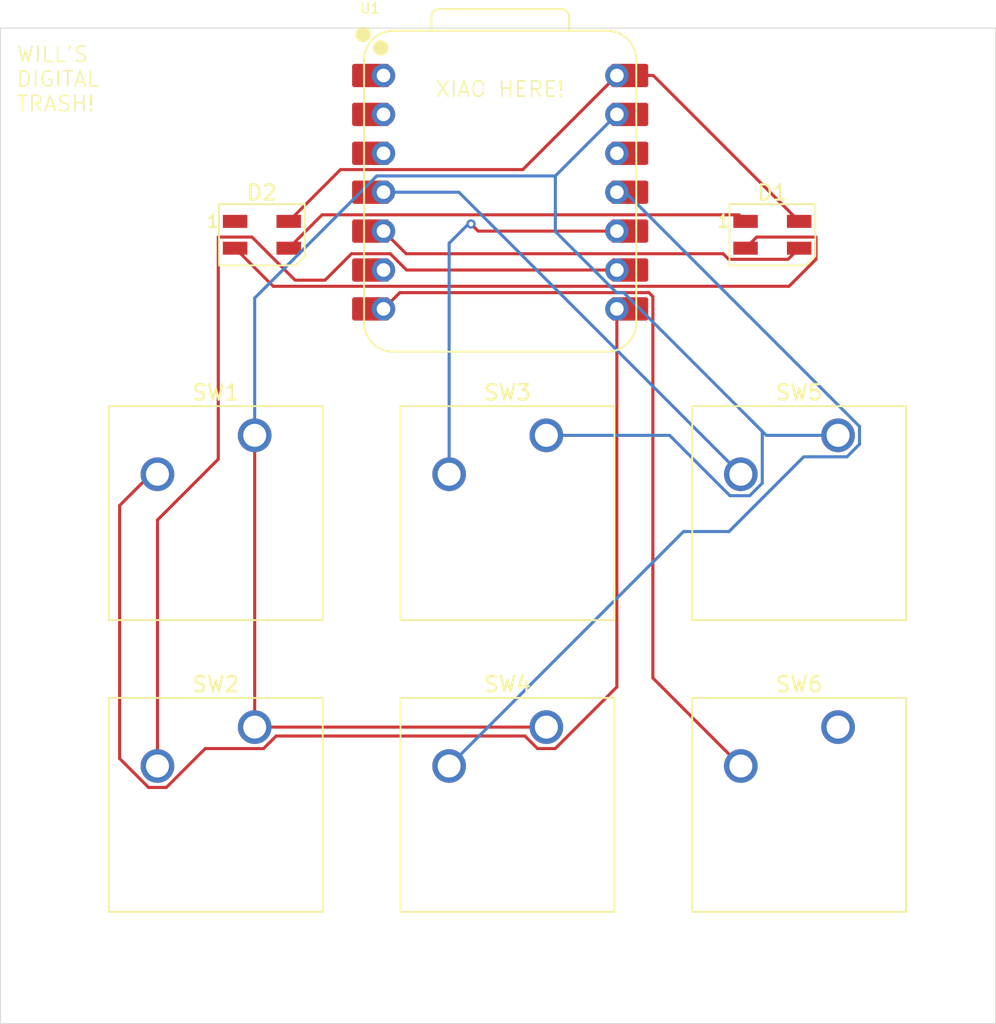
<source format=kicad_pcb>
(kicad_pcb (version 20241229) (generator "pcbnew") (generator_version "9.0")
  (layers (0 "F.Cu" signal) (2 "B.Cu" signal) (13 "F.Paste" user) (15 "B.Paste" user) (5 "F.SilkS" user "F.Silkscreen") (7 "B.SilkS" user "B.Silkscreen") (1 "F.Mask" user) (3 "B.Mask" user) (25 "Edge.Cuts" user))
  (net 0 "")
  (net 1 "Net-(D1-DIN)")
  (net 2 "+5V")
  (net 3 "Net-(D1-DOUT)")
  (net 4 "Net-(D1-VSS)")
  (net 6 "Net-(U1-GPIO1{slash}RX)")
  (net 7 "GND")
  (net 8 "Net-(U1-GPIO2{slash}SCK)")
  (net 9 "Net-(U1-GPIO4{slash}MISO)")
  (net 10 "Net-(U1-GPIO3{slash}MOSI)")
  (net 13 "Net-(U1-GPIO29{slash}ADC3{slash}A3)")
  (net 18 "Net-(U1-GPIO0{slash}TX)")
  (footprint "LED_SMD:LED_SK6812MINI_PLCC4_3.5x3.5mm_P1.75mm" (layer "F.Cu") (at 172.08125 48.5)
    (property "Reference" "D2" (at 0 -2.75 0) (layer "F.SilkS"))
    (property "Value" "SK6812MINI")
    (fp_line (start -2.8 -2) (end -2.8 2) (stroke (width 0.12)) (layer "F.SilkS"))
    (fp_line (start -2.8 -2) (end 2.8 -2) (stroke (width 0.12)) (layer "F.SilkS"))
    (fp_line (start -2.8 2) (end 2.2 2) (stroke (width 0.12)) (layer "F.SilkS"))
    (fp_line (start 2.8 1.4) (end 2.2 2) (stroke (width 0.12)) (layer "F.SilkS"))
    (fp_line (start 2.8 1.4) (end 2.8 -2) (stroke (width 0.12)) (layer "F.SilkS"))
    (fp_text user "1" (at -3.2 -0.875 0) (layer "F.SilkS") (effects (font (size 0.8 0.8))))
    (pad "1" smd rect (at -1.75 -0.875) (size 1.6 0.85) (layers "F.Cu" "F.Mask" "F.Paste"))
    (pad "2" smd rect (at -1.75 0.875) (size 1.6 0.85) (layers "F.Cu" "F.Mask" "F.Paste") (net 4 "Net-(D1-VSS)"))
    (pad "3" smd rect (at 1.75 0.875) (size 1.6 0.85) (layers "F.Cu" "F.Mask" "F.Paste") (net 3 "Net-(D1-DOUT)"))
    (pad "4" smd rect (at 1.75 -0.875) (size 1.6 0.85) (layers "F.Cu" "F.Mask" "F.Paste") (net 2 "+5V"))
  )
  (footprint "Button_Switch_Keyboard:SW_Cherry_MX_1.00u_PCB" (layer "F.Cu") (at 171.60875 61.595)
    (property "Reference" "SW1" (at -2.54 -2.794 0) (layer "F.SilkS"))
    (property "Value" "SW_Push")
    (fp_line (start -9.525 -1.905) (end 4.445 -1.905) (stroke (width 0.12)) (layer "F.SilkS"))
    (fp_line (start -9.525 12.065) (end -9.525 -1.905) (stroke (width 0.12)) (layer "F.SilkS"))
    (fp_line (start 4.445 -1.905) (end 4.445 12.065) (stroke (width 0.12)) (layer "F.SilkS"))
    (fp_line (start 4.445 12.065) (end -9.525 12.065) (stroke (width 0.12)) (layer "F.SilkS"))
    (pad "" np_thru_hole circle (at -7.62 5.08) (size 1.7 1.7) (drill 1.7) (layers "*.Cu" "*.Mask"))
    (pad "" np_thru_hole circle (at -2.54 5.08) (size 4 4) (drill 4) (layers "*.Cu" "*.Mask"))
    (pad "" np_thru_hole circle (at 2.54 5.08) (size 1.7 1.7) (drill 1.7) (layers "*.Cu" "*.Mask"))
    (pad "1" thru_hole circle (at 0 0) (size 2.2 2.2) (drill 1.5) (layers "*.Cu" "*.Mask") (net 7 "GND"))
    (pad "2" thru_hole circle (at -6.35 2.54) (size 2.2 2.2) (drill 1.5) (layers "*.Cu" "*.Mask") (net 6 "Net-(U1-GPIO1{slash}RX)"))
  )
  (footprint "Button_Switch_Keyboard:SW_Cherry_MX_1.00u_PCB" (layer "F.Cu") (at 209.70875 80.645)
    (property "Reference" "SW6" (at -2.54 -2.794 0) (layer "F.SilkS"))
    (property "Value" "SW_Push")
    (fp_line (start -9.525 -1.905) (end 4.445 -1.905) (stroke (width 0.12)) (layer "F.SilkS"))
    (fp_line (start -9.525 12.065) (end -9.525 -1.905) (stroke (width 0.12)) (layer "F.SilkS"))
    (fp_line (start 4.445 -1.905) (end 4.445 12.065) (stroke (width 0.12)) (layer "F.SilkS"))
    (fp_line (start 4.445 12.065) (end -9.525 12.065) (stroke (width 0.12)) (layer "F.SilkS"))
    (pad "" np_thru_hole circle (at -7.62 5.08) (size 1.7 1.7) (drill 1.7) (layers "*.Cu" "*.Mask"))
    (pad "" np_thru_hole circle (at -2.54 5.08) (size 4 4) (drill 4) (layers "*.Cu" "*.Mask"))
    (pad "" np_thru_hole circle (at 2.54 5.08) (size 1.7 1.7) (drill 1.7) (layers "*.Cu" "*.Mask"))
    (pad "1" thru_hole circle (at 0 0) (size 2.2 2.2) (drill 1.5) (layers "*.Cu" "*.Mask"))
    (pad "2" thru_hole circle (at -6.35 2.54) (size 2.2 2.2) (drill 1.5) (layers "*.Cu" "*.Mask") (net 18 "Net-(U1-GPIO0{slash}TX)"))
  )
  (footprint "first time:XIAO-RP2040-DIP" (layer "F.Cu") (at 187.6425 45.72)
    (property "Reference" "U1" (at -8.5 -12 0) (layer "F.SilkS") (effects (font (size 0.635 0.635) (thickness 0.1016))))
    (property "Value" "XIAO-RP2040-DIP")
    (fp_line (start -8.89 8.509) (end -8.89 -8.636) (stroke (width 0.127)) (layer "F.SilkS"))
    (fp_line (start -6.985 10.414) (end 6.985 10.414) (stroke (width 0.127)) (layer "F.SilkS"))
    (fp_line (start -4.495 -10.541) (end -4.491272 -11.451272) (stroke (width 0.127)) (layer "F.SilkS"))
    (fp_line (start -3.991272 -11.951) (end 4.004 -11.951) (stroke (width 0.127)) (layer "F.SilkS"))
    (fp_line (start 4.504 -11.451) (end 4.504 -10.541) (stroke (width 0.127)) (layer "F.SilkS"))
    (fp_line (start 6.985 -10.541) (end -6.985 -10.541) (stroke (width 0.1)) (layer "F.SilkS"))
    (fp_line (start 6.985 -10.541) (end -6.985 -10.541) (stroke (width 0.127)) (layer "F.SilkS"))
    (fp_line (start 8.89 8.509) (end 8.89 -8.636) (stroke (width 0.127)) (layer "F.SilkS"))
    (fp_arc (start -8.89 -8.636) (mid -8.332038 -9.983038) (end -6.985 -10.541) (stroke (width 0.127)) (layer "F.SilkS"))
    (fp_arc (start -6.985 10.414) (mid -8.332038 9.856038) (end -8.89 8.509) (stroke (width 0.127)) (layer "F.SilkS"))
    (fp_arc (start -4.491272 -11.451272) (mid -4.344728 -11.80464) (end -3.991272 -11.951) (stroke (width 0.127)) (layer "F.SilkS"))
    (fp_arc (start 4.004 -11.951) (mid 4.357553 -11.804553) (end 4.504 -11.451) (stroke (width 0.127)) (layer "F.SilkS"))
    (fp_arc (start 6.985 -10.541) (mid 8.332038 -9.983038) (end 8.89 -8.636) (stroke (width 0.127)) (layer "F.SilkS"))
    (fp_arc (start 8.89 8.509) (mid 8.332038 9.856038) (end 6.985 10.414) (stroke (width 0.127)) (layer "F.SilkS"))
    (fp_circle (center -8.95 -10.3) (end -8.95 -10.554) (stroke (width 0.5)) (fill yes) (layer "F.SilkS"))
    (fp_circle (center -7.807 -9.42) (end -7.807 -9.674) (stroke (width 0.5)) (fill yes) (layer "F.SilkS"))
    (pad "1" smd roundrect (at -8.455 -7.62 180) (size 2.432 1.524) (layers "F.Cu" "F.Mask") (roundrect_rratio 0.1))
    (pad "1" thru_hole circle (at -7.62 -7.62 180) (size 1.524 1.524) (drill 0.889) (layers "*.Cu" "*.Mask"))
    (pad "2" smd roundrect (at -8.455 -5.08 180) (size 2.432 1.524) (layers "F.Cu" "F.Mask") (roundrect_rratio 0.1))
    (pad "2" thru_hole circle (at -7.62 -5.08 180) (size 1.524 1.524) (drill 0.889) (layers "*.Cu" "*.Mask"))
    (pad "3" smd roundrect (at -8.455 -2.54 180) (size 2.432 1.524) (layers "F.Cu" "F.Mask") (roundrect_rratio 0.1))
    (pad "3" thru_hole circle (at -7.62 -2.54 180) (size 1.524 1.524) (drill 0.889) (layers "*.Cu" "*.Mask"))
    (pad "4" smd roundrect (at -8.455 0 180) (size 2.432 1.524) (layers "F.Cu" "F.Mask") (roundrect_rratio 0.1) (net 13 "Net-(U1-GPIO29{slash}ADC3{slash}A3)"))
    (pad "4" thru_hole circle (at -7.62 0 180) (size 1.524 1.524) (drill 0.889) (layers "*.Cu" "*.Mask") (net 13 "Net-(U1-GPIO29{slash}ADC3{slash}A3)"))
    (pad "5" smd roundrect (at -8.455 2.54 180) (size 2.432 1.524) (layers "F.Cu" "F.Mask") (roundrect_rratio 0.1) (net 1 "Net-(D1-DIN)"))
    (pad "5" thru_hole circle (at -7.62 2.54 180) (size 1.524 1.524) (drill 0.889) (layers "*.Cu" "*.Mask") (net 1 "Net-(D1-DIN)"))
    (pad "6" smd roundrect (at -8.455 5.08 180) (size 2.432 1.524) (layers "F.Cu" "F.Mask") (roundrect_rratio 0.1))
    (pad "6" thru_hole circle (at -7.62 5.08 180) (size 1.524 1.524) (drill 0.889) (layers "*.Cu" "*.Mask"))
    (pad "7" smd roundrect (at -8.455 7.62 180) (size 2.432 1.524) (layers "F.Cu" "F.Mask") (roundrect_rratio 0.1) (net 18 "Net-(U1-GPIO0{slash}TX)"))
    (pad "7" thru_hole circle (at -7.62 7.62 180) (size 1.524 1.524) (drill 0.889) (layers "*.Cu" "*.Mask") (net 18 "Net-(U1-GPIO0{slash}TX)"))
    (pad "8" thru_hole circle (at 7.62 7.62) (size 1.524 1.524) (drill 0.889) (layers "*.Cu" "*.Mask") (net 6 "Net-(U1-GPIO1{slash}RX)"))
    (pad "8" smd roundrect (at 8.455 7.62) (size 2.432 1.524) (layers "F.Cu" "F.Mask") (roundrect_rratio 0.1) (net 6 "Net-(U1-GPIO1{slash}RX)"))
    (pad "9" thru_hole circle (at 7.62 5.08) (size 1.524 1.524) (drill 0.889) (layers "*.Cu" "*.Mask") (net 8 "Net-(U1-GPIO2{slash}SCK)"))
    (pad "9" smd roundrect (at 8.455 5.08) (size 2.432 1.524) (layers "F.Cu" "F.Mask") (roundrect_rratio 0.1) (net 8 "Net-(U1-GPIO2{slash}SCK)"))
    (pad "10" thru_hole circle (at 7.62 2.54) (size 1.524 1.524) (drill 0.889) (layers "*.Cu" "*.Mask") (net 9 "Net-(U1-GPIO4{slash}MISO)"))
    (pad "10" smd roundrect (at 8.455 2.54) (size 2.432 1.524) (layers "F.Cu" "F.Mask") (roundrect_rratio 0.1) (net 9 "Net-(U1-GPIO4{slash}MISO)"))
    (pad "11" thru_hole circle (at 7.62 0) (size 1.524 1.524) (drill 0.889) (layers "*.Cu" "*.Mask") (net 10 "Net-(U1-GPIO3{slash}MOSI)"))
    (pad "11" smd roundrect (at 8.455 0) (size 2.432 1.524) (layers "F.Cu" "F.Mask") (roundrect_rratio 0.1) (net 10 "Net-(U1-GPIO3{slash}MOSI)"))
    (pad "12" thru_hole circle (at 7.62 -2.54) (size 1.524 1.524) (drill 0.889) (layers "*.Cu" "*.Mask"))
    (pad "12" smd roundrect (at 8.455 -2.54) (size 2.432 1.524) (layers "F.Cu" "F.Mask") (roundrect_rratio 0.1))
    (pad "13" thru_hole circle (at 7.62 -5.08) (size 1.524 1.524) (drill 0.889) (layers "*.Cu" "*.Mask") (net 7 "GND"))
    (pad "13" smd roundrect (at 8.455 -5.08) (size 2.432 1.524) (layers "F.Cu" "F.Mask") (roundrect_rratio 0.1) (net 7 "GND"))
    (pad "14" thru_hole circle (at 7.62 -7.62) (size 1.524 1.524) (drill 0.889) (layers "*.Cu" "*.Mask") (net 2 "+5V"))
    (pad "14" smd roundrect (at 8.455 -7.62) (size 2.432 1.524) (layers "F.Cu" "F.Mask") (roundrect_rratio 0.1) (net 2 "+5V"))
  )
  (footprint "Button_Switch_Keyboard:SW_Cherry_MX_1.00u_PCB" (layer "F.Cu") (at 190.65875 80.645)
    (property "Reference" "SW4" (at -2.54 -2.794 0) (layer "F.SilkS"))
    (property "Value" "SW_Push")
    (fp_line (start -9.525 -1.905) (end 4.445 -1.905) (stroke (width 0.12)) (layer "F.SilkS"))
    (fp_line (start -9.525 12.065) (end -9.525 -1.905) (stroke (width 0.12)) (layer "F.SilkS"))
    (fp_line (start 4.445 -1.905) (end 4.445 12.065) (stroke (width 0.12)) (layer "F.SilkS"))
    (fp_line (start 4.445 12.065) (end -9.525 12.065) (stroke (width 0.12)) (layer "F.SilkS"))
    (pad "" np_thru_hole circle (at -7.62 5.08) (size 1.7 1.7) (drill 1.7) (layers "*.Cu" "*.Mask"))
    (pad "" np_thru_hole circle (at -2.54 5.08) (size 4 4) (drill 4) (layers "*.Cu" "*.Mask"))
    (pad "" np_thru_hole circle (at 2.54 5.08) (size 1.7 1.7) (drill 1.7) (layers "*.Cu" "*.Mask"))
    (pad "1" thru_hole circle (at 0 0) (size 2.2 2.2) (drill 1.5) (layers "*.Cu" "*.Mask") (net 7 "GND"))
    (pad "2" thru_hole circle (at -6.35 2.54) (size 2.2 2.2) (drill 1.5) (layers "*.Cu" "*.Mask") (net 10 "Net-(U1-GPIO3{slash}MOSI)"))
  )
  (footprint "LED_SMD:LED_SK6812MINI_PLCC4_3.5x3.5mm_P1.75mm" (layer "F.Cu") (at 205.41875 48.5)
    (property "Reference" "D1" (at 0 -2.75 0) (layer "F.SilkS"))
    (property "Value" "SK6812MINI")
    (fp_line (start -2.8 -2) (end -2.8 2) (stroke (width 0.12)) (layer "F.SilkS"))
    (fp_line (start -2.8 -2) (end 2.8 -2) (stroke (width 0.12)) (layer "F.SilkS"))
    (fp_line (start -2.8 2) (end 2.2 2) (stroke (width 0.12)) (layer "F.SilkS"))
    (fp_line (start 2.8 1.4) (end 2.2 2) (stroke (width 0.12)) (layer "F.SilkS"))
    (fp_line (start 2.8 1.4) (end 2.8 -2) (stroke (width 0.12)) (layer "F.SilkS"))
    (fp_text user "1" (at -3.2 -0.875 0) (layer "F.SilkS") (effects (font (size 0.8 0.8))))
    (pad "1" smd rect (at -1.75 -0.875) (size 1.6 0.85) (layers "F.Cu" "F.Mask" "F.Paste") (net 3 "Net-(D1-DOUT)"))
    (pad "2" smd rect (at -1.75 0.875) (size 1.6 0.85) (layers "F.Cu" "F.Mask" "F.Paste") (net 4 "Net-(D1-VSS)"))
    (pad "3" smd rect (at 1.75 0.875) (size 1.6 0.85) (layers "F.Cu" "F.Mask" "F.Paste") (net 1 "Net-(D1-DIN)"))
    (pad "4" smd rect (at 1.75 -0.875) (size 1.6 0.85) (layers "F.Cu" "F.Mask" "F.Paste") (net 2 "+5V"))
  )
  (footprint "Button_Switch_Keyboard:SW_Cherry_MX_1.00u_PCB" (layer "F.Cu") (at 209.70875 61.595)
    (property "Reference" "SW5" (at -2.54 -2.794 0) (layer "F.SilkS"))
    (property "Value" "SW_Push")
    (fp_line (start -9.525 -1.905) (end 4.445 -1.905) (stroke (width 0.12)) (layer "F.SilkS"))
    (fp_line (start -9.525 12.065) (end -9.525 -1.905) (stroke (width 0.12)) (layer "F.SilkS"))
    (fp_line (start 4.445 -1.905) (end 4.445 12.065) (stroke (width 0.12)) (layer "F.SilkS"))
    (fp_line (start 4.445 12.065) (end -9.525 12.065) (stroke (width 0.12)) (layer "F.SilkS"))
    (pad "" np_thru_hole circle (at -7.62 5.08) (size 1.7 1.7) (drill 1.7) (layers "*.Cu" "*.Mask"))
    (pad "" np_thru_hole circle (at -2.54 5.08) (size 4 4) (drill 4) (layers "*.Cu" "*.Mask"))
    (pad "" np_thru_hole circle (at 2.54 5.08) (size 1.7 1.7) (drill 1.7) (layers "*.Cu" "*.Mask"))
    (pad "1" thru_hole circle (at 0 0) (size 2.2 2.2) (drill 1.5) (layers "*.Cu" "*.Mask") (net 7 "GND"))
    (pad "2" thru_hole circle (at -6.35 2.54) (size 2.2 2.2) (drill 1.5) (layers "*.Cu" "*.Mask") (net 13 "Net-(U1-GPIO29{slash}ADC3{slash}A3)"))
  )
  (footprint "Button_Switch_Keyboard:SW_Cherry_MX_1.00u_PCB" (layer "F.Cu") (at 171.60875 80.645)
    (property "Reference" "SW2" (at -2.54 -2.794 0) (layer "F.SilkS"))
    (property "Value" "SW_Push")
    (fp_line (start -9.525 -1.905) (end 4.445 -1.905) (stroke (width 0.12)) (layer "F.SilkS"))
    (fp_line (start -9.525 12.065) (end -9.525 -1.905) (stroke (width 0.12)) (layer "F.SilkS"))
    (fp_line (start 4.445 -1.905) (end 4.445 12.065) (stroke (width 0.12)) (layer "F.SilkS"))
    (fp_line (start 4.445 12.065) (end -9.525 12.065) (stroke (width 0.12)) (layer "F.SilkS"))
    (pad "" np_thru_hole circle (at -7.62 5.08) (size 1.7 1.7) (drill 1.7) (layers "*.Cu" "*.Mask"))
    (pad "" np_thru_hole circle (at -2.54 5.08) (size 4 4) (drill 4) (layers "*.Cu" "*.Mask"))
    (pad "" np_thru_hole circle (at 2.54 5.08) (size 1.7 1.7) (drill 1.7) (layers "*.Cu" "*.Mask"))
    (pad "1" thru_hole circle (at 0 0) (size 2.2 2.2) (drill 1.5) (layers "*.Cu" "*.Mask") (net 7 "GND"))
    (pad "2" thru_hole circle (at -6.35 2.54) (size 2.2 2.2) (drill 1.5) (layers "*.Cu" "*.Mask") (net 8 "Net-(U1-GPIO2{slash}SCK)"))
  )
  (footprint "Button_Switch_Keyboard:SW_Cherry_MX_1.00u_PCB" (layer "F.Cu") (at 190.65875 61.595)
    (property "Reference" "SW3" (at -2.54 -2.794 0) (layer "F.SilkS"))
    (property "Value" "SW_Push")
    (fp_line (start -9.525 -1.905) (end 4.445 -1.905) (stroke (width 0.12)) (layer "F.SilkS"))
    (fp_line (start -9.525 12.065) (end -9.525 -1.905) (stroke (width 0.12)) (layer "F.SilkS"))
    (fp_line (start 4.445 -1.905) (end 4.445 12.065) (stroke (width 0.12)) (layer "F.SilkS"))
    (fp_line (start 4.445 12.065) (end -9.525 12.065) (stroke (width 0.12)) (layer "F.SilkS"))
    (pad "" np_thru_hole circle (at -7.62 5.08) (size 1.7 1.7) (drill 1.7) (layers "*.Cu" "*.Mask"))
    (pad "" np_thru_hole circle (at -2.54 5.08) (size 4 4) (drill 4) (layers "*.Cu" "*.Mask"))
    (pad "" np_thru_hole circle (at 2.54 5.08) (size 1.7 1.7) (drill 1.7) (layers "*.Cu" "*.Mask"))
    (pad "1" thru_hole circle (at 0 0) (size 2.2 2.2) (drill 1.5) (layers "*.Cu" "*.Mask") (net 7 "GND"))
    (pad "2" thru_hole circle (at -6.35 2.54) (size 2.2 2.2) (drill 1.5) (layers "*.Cu" "*.Mask") (net 9 "Net-(U1-GPIO4{slash}MISO)"))
  )
  (gr_rect (start 155 35.001561) (end 220 100) (stroke (width 0.05)) (fill no) (layer "Edge.Cuts"))
  (gr_text "XIAO HERE!" (at 183.35 39.575 0) (layer "F.SilkS") (effects (font (size 1 1) (thickness 0.1)) (justify left bottom)))
  (gr_text "WILL'S\nDIGITAL\nTRASH!" (at 156 40.525 0) (layer "F.SilkS") (effects (font (size 1 1) (thickness 0.1)) (justify left bottom)))
  (segment (start 202.20375 49.737) (end 202.56775 50.101) (width 0.2) (layer "F.Cu") (net 1))
  (segment (start 180.0225 48.26) (end 181.4995 49.737) (width 0.2) (layer "F.Cu") (net 1))
  (segment (start 202.56775 50.101) (end 206.44275 50.101) (width 0.2) (layer "F.Cu") (net 1))
  (segment (start 181.4995 49.737) (end 202.20375 49.737) (width 0.2) (layer "F.Cu") (net 1))
  (segment (start 206.44275 50.101) (end 207.16875 49.375) (width 0.2) (layer "F.Cu") (net 1))
  (segment (start 195.2625 38.1) (end 189.1195 44.243) (width 0.2) (layer "F.Cu") (net 2))
  (segment (start 197.64375 38.1) (end 207.16875 47.625) (width 0.2) (layer "F.Cu") (net 2))
  (segment (start 189.1195 44.243) (end 177.21325 44.243) (width 0.2) (layer "F.Cu") (net 2))
  (segment (start 195.2625 38.1) (end 197.64375 38.1) (width 0.2) (layer "F.Cu") (net 2))
  (segment (start 177.21325 44.243) (end 173.83125 47.625) (width 0.2) (layer "F.Cu") (net 2))
  (segment (start 203.66875 47.625) (end 203.24075 47.197) (width 0.2) (layer "F.Cu") (net 3))
  (segment (start 176.00925 47.197) (end 173.83125 49.375) (width 0.2) (layer "F.Cu") (net 3))
  (segment (start 203.24075 47.197) (end 176.00925 47.197) (width 0.2) (layer "F.Cu") (net 3))
  (segment (start 208.26975 48.649) (end 204.39475 48.649) (width 0.2) (layer "F.Cu") (net 4))
  (segment (start 172.81925 51.863) (end 206.50775 51.863) (width 0.2) (layer "F.Cu") (net 4))
  (segment (start 170.33125 49.375) (end 172.81925 51.863) (width 0.2) (layer "F.Cu") (net 4))
  (segment (start 204.39475 48.649) (end 203.66875 49.375) (width 0.2) (layer "F.Cu") (net 4))
  (segment (start 206.50775 51.863) (end 208.26975 50.101) (width 0.2) (layer "F.Cu") (net 4))
  (segment (start 208.26975 50.101) (end 208.26975 48.649) (width 0.2) (layer "F.Cu") (net 4))
  (segment (start 172.189064 82.046) (end 173.00975 81.225314) (width 0.2) (layer "F.Cu") (net 6))
  (segment (start 165.839064 84.586) (end 168.379064 82.046) (width 0.2) (layer "F.Cu") (net 6))
  (segment (start 189.25775 81.225314) (end 190.078436 82.046) (width 0.2) (layer "F.Cu") (net 6))
  (segment (start 164.83028 64.135) (end 162.78775 66.17753) (width 0.2) (layer "F.Cu") (net 6))
  (segment (start 164.678436 84.586) (end 165.839064 84.586) (width 0.2) (layer "F.Cu") (net 6))
  (segment (start 173.00975 81.225314) (end 189.25775 81.225314) (width 0.2) (layer "F.Cu") (net 6))
  (segment (start 165.25875 64.135) (end 164.83028 64.135) (width 0.2) (layer "F.Cu") (net 6))
  (segment (start 190.078436 82.046) (end 191.239064 82.046) (width 0.2) (layer "F.Cu") (net 6))
  (segment (start 168.379064 82.046) (end 172.189064 82.046) (width 0.2) (layer "F.Cu") (net 6))
  (segment (start 162.78775 66.17753) (end 162.78775 82.695314) (width 0.2) (layer "F.Cu") (net 6))
  (segment (start 195.2625 78.022564) (end 195.2625 53.34) (width 0.2) (layer "F.Cu") (net 6))
  (segment (start 191.239064 82.046) (end 195.2625 78.022564) (width 0.2) (layer "F.Cu") (net 6))
  (segment (start 162.78775 82.695314) (end 164.678436 84.586) (width 0.2) (layer "F.Cu") (net 6))
  (segment (start 171.60875 80.645) (end 190.65875 80.645) (width 0.2) (layer "F.Cu") (net 7))
  (segment (start 171.60875 61.595) (end 171.60875 80.645) (width 0.2) (layer "F.Cu") (net 7))
  (segment (start 195.70281 52.277) (end 195.23619 52.277) (width 0.2) (layer "B.Cu") (net 7))
  (segment (start 203.939064 65.536) (end 204.75975 64.715314) (width 0.2) (layer "B.Cu") (net 7))
  (segment (start 191.2455 48.28631) (end 191.2455 44.657) (width 0.2) (layer "B.Cu") (net 7))
  (segment (start 209.70875 61.595) (end 205.02081 61.595) (width 0.2) (layer "B.Cu") (net 7))
  (segment (start 171.60875 52.63044) (end 171.60875 61.595) (width 0.2) (layer "B.Cu") (net 7))
  (segment (start 204.75975 61.33394) (end 203.87228 60.44647) (width 0.2) (layer "B.Cu") (net 7))
  (segment (start 198.70722 61.595) (end 202.64822 65.536) (width 0.2) (layer "B.Cu") (net 7))
  (segment (start 195.23619 52.277) (end 191.2455 48.28631) (width 0.2) (layer "B.Cu") (net 7))
  (segment (start 204.75975 64.715314) (end 204.75975 61.33394) (width 0.2) (layer "B.Cu") (net 7))
  (segment (start 191.2455 44.657) (end 179.58219 44.657) (width 0.2) (layer "B.Cu") (net 7))
  (segment (start 179.58219 44.657) (end 171.60875 52.63044) (width 0.2) (layer "B.Cu") (net 7))
  (segment (start 202.64822 65.536) (end 203.939064 65.536) (width 0.2) (layer "B.Cu") (net 7))
  (segment (start 205.02081 61.595) (end 203.87228 60.44647) (width 0.2) (layer "B.Cu") (net 7))
  (segment (start 190.65875 61.595) (end 198.70722 61.595) (width 0.2) (layer "B.Cu") (net 7))
  (segment (start 195.2625 40.64) (end 191.2455 44.657) (width 0.2) (layer "B.Cu") (net 7))
  (segment (start 203.87228 60.44647) (end 195.70281 52.277) (width 0.2) (layer "B.Cu") (net 7))
  (segment (start 169.23025 63.152814) (end 169.23025 48.649) (width 0.2) (layer "F.Cu") (net 8))
  (segment (start 171.43225 48.649) (end 174.24525 51.462) (width 0.2) (layer "F.Cu") (net 8))
  (segment (start 169.23025 48.649) (end 171.43225 48.649) (width 0.2) (layer "F.Cu") (net 8))
  (segment (start 165.25875 67.124314) (end 169.23025 63.152814) (width 0.2) (layer "F.Cu") (net 8))
  (segment (start 177.931874 49.737) (end 180.46281 49.737) (width 0.2) (layer "F.Cu") (net 8))
  (segment (start 165.25875 83.185) (end 165.25875 67.124314) (width 0.2) (layer "F.Cu") (net 8))
  (segment (start 180.46281 49.737) (end 181.52581 50.8) (width 0.2) (layer "F.Cu") (net 8))
  (segment (start 176.206874 51.462) (end 177.931874 49.737) (width 0.2) (layer "F.Cu") (net 8))
  (segment (start 181.52581 50.8) (end 195.2625 50.8) (width 0.2) (layer "F.Cu") (net 8))
  (segment (start 174.24525 51.462) (end 176.206874 51.462) (width 0.2) (layer "F.Cu") (net 8))
  (segment (start 186.2005 48.26) (end 195.2625 48.26) (width 0.2) (layer "F.Cu") (net 9))
  (segment (start 185.7375 47.797) (end 186.2005 48.26) (width 0.2) (layer "F.Cu") (net 9))
  (via (at 185.7375 47.797) (size 0.6) (drill 0.3) (layers "F.Cu" "B.Cu") (net 9))
  (segment (start 185.7375 47.625) (end 185.7375 47.797) (width 0.2) (layer "B.Cu") (net 9))
  (segment (start 184.30875 64.135) (end 184.30875 49.05375) (width 0.2) (layer "B.Cu") (net 9))
  (segment (start 184.30875 49.05375) (end 185.7375 47.625) (width 0.2) (layer "B.Cu") (net 9))
  (segment (start 211.10975 61.014686) (end 195.815064 45.72) (width 0.2) (layer "B.Cu") (net 10))
  (segment (start 184.30875 83.185) (end 199.61775 67.876) (width 0.2) (layer "B.Cu") (net 10))
  (segment (start 210.289064 62.996) (end 211.10975 62.175314) (width 0.2) (layer "B.Cu") (net 10))
  (segment (start 195.815064 45.72) (end 195.2625 45.72) (width 0.2) (layer "B.Cu") (net 10))
  (segment (start 207.46622 62.996) (end 210.289064 62.996) (width 0.2) (layer "B.Cu") (net 10))
  (segment (start 211.10975 62.175314) (end 211.10975 61.014686) (width 0.2) (layer "B.Cu") (net 10))
  (segment (start 202.58622 67.876) (end 207.46622 62.996) (width 0.2) (layer "B.Cu") (net 10))
  (segment (start 199.61775 67.876) (end 202.58622 67.876) (width 0.2) (layer "B.Cu") (net 10))
  (segment (start 184.94375 45.72) (end 203.35875 64.135) (width 0.2) (layer "B.Cu") (net 13))
  (segment (start 180.0225 45.72) (end 184.94375 45.72) (width 0.2) (layer "B.Cu") (net 13))
  (segment (start 197.353126 52.277) (end 181.0855 52.277) (width 0.2) (layer "F.Cu") (net 18))
  (segment (start 181.0855 52.277) (end 180.0225 53.34) (width 0.2) (layer "F.Cu") (net 18))
  (segment (start 197.6145 77.44075) (end 197.6145 52.538374) (width 0.2) (layer "F.Cu") (net 18))
  (segment (start 203.35875 83.185) (end 197.6145 77.44075) (width 0.2) (layer "F.Cu") (net 18))
  (segment (start 197.6145 52.538374) (end 197.353126 52.277) (width 0.2) (layer "F.Cu") (net 18))
)
</source>
